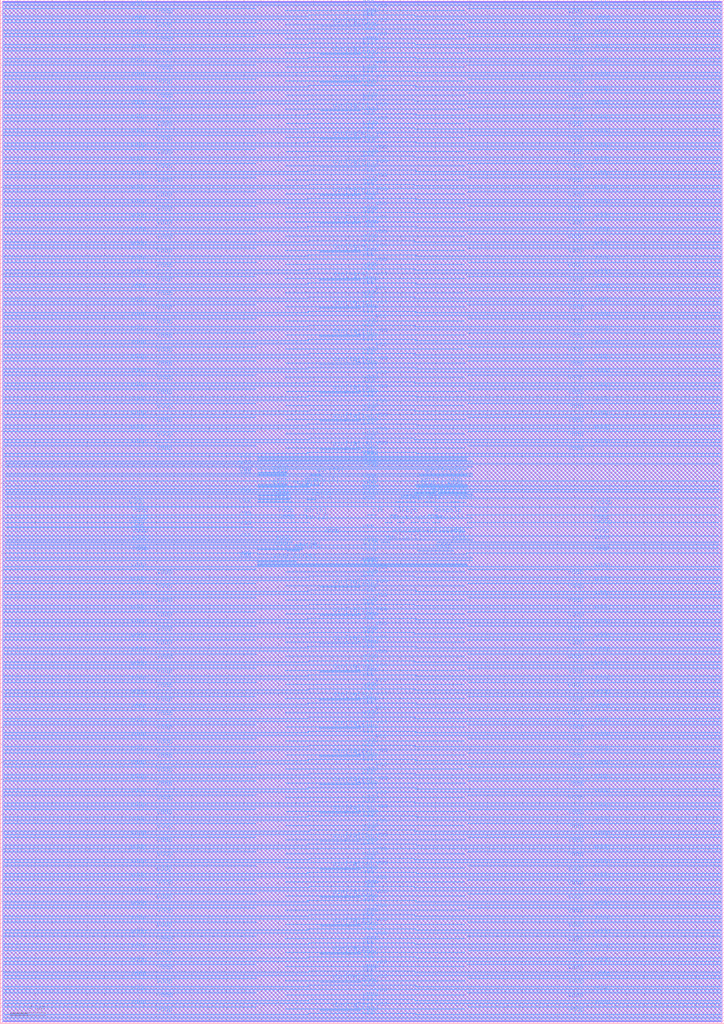
<source format=lef>
#############################################################################################
## Intel Confidential                                                                      ##
#############################################################################################
## Copyright 2022 Intel Corporation. The information contained herein is the proprietary   ##
## and confidential information of Intel or its licensors, and is supplied subject to, and ##
## may be used only in accordance with, previously executed agreements with Intel.         ##
## EXCEPT AS MAY OTHERWISE BE AGREED IN WRITING: (1) ALL MATERIALS FURNISHED BY INTEL      ##
## HEREUNDER ARE PROVIDED "AS IS" WITHOUT WARRANTY OF ANY KIND; (2) INTEL SPECIFICALLY     ##
## DISCLAIMS ANY WARRANTY OF NONINFRINGEMENT, FITNESS FOR A PARTICULAR PURPOSE OR          ##
## MERCHANTABILITY; AND (3) INTEL WILL NOT BE LIABLE FOR ANY COSTS OF PROCUREMENT OF       ##
## SUBSTITUTES, LOSS OF PROFITS, INTERRUPTION OF BUSINESS, OR FOR ANY OTHER SPECIAL,       ##
## CONSEQUENTIAL OR INCIDENTAL DAMAGES, HOWEVER CAUSED, WHETHER FOR BREACH OF WARRANTY,    ##
## CONTRACT, TORT, NEGLIGENCE, STRICT LIABILITY OR OTHERWISE.                              ##
#############################################################################################
#############################################################################################
##                                                                                         ##
##  Vendor:                Intel Corporation                                               ##
##  Product:               ip224uhdlp1p11rf                                                ##
##  Version:               r1.0.1                                                          ##
##  Technology:            p1222.4                                                         ##
##  Celltype:              MemoryIP                                                        ##
##  IP Owner:              Intel CMO                                                       ##
##  Creation Time:         Wed Sep 14 2022 15:16:16                                        ##
##  Memory Name:           ip224uhdlp1p11rf_2048x32m8b2c1s0_t0r0p1d0a1m1h                  ##
##  Memory Name Generated: ip224uhdlp1p11rf_2048x32m8b2c1s0_t0r0p1d0a1m1h                  ##
##                                                                                         ##
#############################################################################################

VERSION 5.6 ;
BUSBITCHARS "[]" ;
DIVIDERCHAR "/" ;
UNITS
  DATABASE MICRONS 2000 ;
END UNITS
SITE ip224uhdlp1p11rf_2048x32m8b2c1s0_t0r0p1d0a1m1h
  SIZE 83.204 by 117.54 ;
  SYMMETRY X Y ;
  CLASS CORE ;
END ip224uhdlp1p11rf_2048x32m8b2c1s0_t0r0p1d0a1m1h


MACRO ip224uhdlp1p11rf_2048x32m8b2c1s0_t0r0p1d0a1m1h
     FOREIGN ip224uhdlp1p11rf_2048x32m8b2c1s0_t0r0p1d0a1m1h 0.00 0.00 ;
     ORIGIN 0.00 0.00 ;
     SIZE 83.204 by 117.54 ;
     SYMMETRY X Y ;
     CLASS BLOCK ;
     SITE ip224uhdlp1p11rf_2048x32m8b2c1s0_t0r0p1d0a1m1h ;
     PIN adr[0]
     DIRECTION input ;
          USE SIGNAL ;
          PORT
               LAYER m4 ;
               RECT 48.1595 62.924 49.3495 63 ;
          END
     END adr[0]
     PIN adr[10]
     DIRECTION input ;
          USE SIGNAL ;
          PORT
               LAYER m4 ;
               RECT 35.707 62.924 36.837 63 ;
          END
     END adr[10]
     PIN adr[1]
     DIRECTION input ;
          USE SIGNAL ;
          PORT
               LAYER m4 ;
               RECT 47.7645 61.804 48.7515 61.88 ;
          END
     END adr[1]
     PIN adr[2]
     DIRECTION input ;
          USE SIGNAL ;
          PORT
               LAYER m4 ;
               RECT 34.4455 57.49 35.597 57.546 ;
          END
     END adr[2]
     PIN adr[3]
     DIRECTION input ;
          USE SIGNAL ;
          PORT
               LAYER m4 ;
               RECT 47.59 60.848 48.764 60.924 ;
          END
     END adr[3]
     PIN adr[4]
     DIRECTION input ;
          USE SIGNAL ;
          PORT
               LAYER m4 ;
               RECT 48.844 60.848 50.006 60.924 ;
          END
     END adr[4]
     PIN adr[5]
     DIRECTION input ;
          USE SIGNAL ;
          PORT
               LAYER m4 ;
               RECT 33.045 52.96 34.002 53.036 ;
          END
     END adr[5]
     PIN adr[6]
     DIRECTION input ;
          USE SIGNAL ;
          PORT
               LAYER m4 ;
               RECT 34.3265 58.326 35.266 58.382 ;
          END
     END adr[6]
     PIN adr[7]
     DIRECTION input ;
          USE SIGNAL ;
          PORT
               LAYER m4 ;
               RECT 33.008 54.226 34.389 54.302 ;
          END
     END adr[7]
     PIN adr[8]
     DIRECTION input ;
          USE SIGNAL ;
          PORT
               LAYER m4 ;
               RECT 33.4325 54.376 34.741 54.452 ;
          END
     END adr[8]
     PIN adr[9]
     DIRECTION input ;
          USE SIGNAL ;
          PORT
               LAYER m4 ;
               RECT 35.695 61.804 36.6195 61.88 ;
          END
     END adr[9]
     PIN bc1
     DIRECTION input ;
          USE SIGNAL ;
          PORT
               LAYER m4 ;
               RECT 47.8445 61.54 48.9085 61.616 ;
          END
     END bc1
     PIN bc2
     DIRECTION input ;
          USE SIGNAL ;
          PORT
               LAYER m4 ;
               RECT 48.764 59.858 49.9035 59.914 ;
          END
     END bc2
     PIN clkbyp
     DIRECTION input ;
          USE SIGNAL ;
          PORT
               LAYER m4 ;
               RECT 44.767 58.326 45.6195 58.382 ;
          END
     END clkbyp
     PIN deepslp
     DIRECTION input ;
          USE SIGNAL ;
          PORT
               LAYER m4 ;
               RECT 49.268 58.326 50.262 58.382 ;
          END
     END deepslp
     PIN din[0]
     DIRECTION input ;
          USE SIGNAL ;
          PORT
               LAYER m4 ;
               RECT 36.766 114.488 39.618 114.596 ;
          END
     END din[0]
     PIN din[10]
     DIRECTION input ;
          USE SIGNAL ;
          PORT
               LAYER m4 ;
               RECT 36.766 82.088 39.618 82.196 ;
          END
     END din[10]
     PIN din[11]
     DIRECTION input ;
          USE SIGNAL ;
          PORT
               LAYER m4 ;
               RECT 36.766 78.848 39.618 78.956 ;
          END
     END din[11]
     PIN din[12]
     DIRECTION input ;
          USE SIGNAL ;
          PORT
               LAYER m4 ;
               RECT 36.766 75.608 39.618 75.716 ;
          END
     END din[12]
     PIN din[13]
     DIRECTION input ;
          USE SIGNAL ;
          PORT
               LAYER m4 ;
               RECT 36.766 72.368 39.618 72.476 ;
          END
     END din[13]
     PIN din[14]
     DIRECTION input ;
          USE SIGNAL ;
          PORT
               LAYER m4 ;
               RECT 36.766 69.128 39.618 69.236 ;
          END
     END din[14]
     PIN din[15]
     DIRECTION input ;
          USE SIGNAL ;
          PORT
               LAYER m4 ;
               RECT 36.766 65.888 39.618 65.996 ;
          END
     END din[15]
     PIN din[16]
     DIRECTION input ;
          USE SIGNAL ;
          PORT
               LAYER m4 ;
               RECT 36.766 50.048 39.618 50.156 ;
          END
     END din[16]
     PIN din[17]
     DIRECTION input ;
          USE SIGNAL ;
          PORT
               LAYER m4 ;
               RECT 36.766 46.808 39.618 46.916 ;
          END
     END din[17]
     PIN din[18]
     DIRECTION input ;
          USE SIGNAL ;
          PORT
               LAYER m4 ;
               RECT 36.766 43.568 39.618 43.676 ;
          END
     END din[18]
     PIN din[19]
     DIRECTION input ;
          USE SIGNAL ;
          PORT
               LAYER m4 ;
               RECT 36.766 40.328 39.618 40.436 ;
          END
     END din[19]
     PIN din[1]
     DIRECTION input ;
          USE SIGNAL ;
          PORT
               LAYER m4 ;
               RECT 36.766 111.248 39.618 111.356 ;
          END
     END din[1]
     PIN din[20]
     DIRECTION input ;
          USE SIGNAL ;
          PORT
               LAYER m4 ;
               RECT 36.766 37.088 39.618 37.196 ;
          END
     END din[20]
     PIN din[21]
     DIRECTION input ;
          USE SIGNAL ;
          PORT
               LAYER m4 ;
               RECT 36.766 33.848 39.618 33.956 ;
          END
     END din[21]
     PIN din[22]
     DIRECTION input ;
          USE SIGNAL ;
          PORT
               LAYER m4 ;
               RECT 36.766 30.608 39.618 30.716 ;
          END
     END din[22]
     PIN din[23]
     DIRECTION input ;
          USE SIGNAL ;
          PORT
               LAYER m4 ;
               RECT 36.766 27.368 39.618 27.476 ;
          END
     END din[23]
     PIN din[24]
     DIRECTION input ;
          USE SIGNAL ;
          PORT
               LAYER m4 ;
               RECT 36.766 24.128 39.618 24.236 ;
          END
     END din[24]
     PIN din[25]
     DIRECTION input ;
          USE SIGNAL ;
          PORT
               LAYER m4 ;
               RECT 36.766 20.888 39.618 20.996 ;
          END
     END din[25]
     PIN din[26]
     DIRECTION input ;
          USE SIGNAL ;
          PORT
               LAYER m4 ;
               RECT 36.766 17.648 39.618 17.756 ;
          END
     END din[26]
     PIN din[27]
     DIRECTION input ;
          USE SIGNAL ;
          PORT
               LAYER m4 ;
               RECT 36.766 14.408 39.618 14.516 ;
          END
     END din[27]
     PIN din[28]
     DIRECTION input ;
          USE SIGNAL ;
          PORT
               LAYER m4 ;
               RECT 36.766 11.168 39.618 11.276 ;
          END
     END din[28]
     PIN din[29]
     DIRECTION input ;
          USE SIGNAL ;
          PORT
               LAYER m4 ;
               RECT 36.766 7.928 39.618 8.036 ;
          END
     END din[29]
     PIN din[2]
     DIRECTION input ;
          USE SIGNAL ;
          PORT
               LAYER m4 ;
               RECT 36.766 108.008 39.618 108.116 ;
          END
     END din[2]
     PIN din[30]
     DIRECTION input ;
          USE SIGNAL ;
          PORT
               LAYER m4 ;
               RECT 36.766 4.688 39.618 4.796 ;
          END
     END din[30]
     PIN din[31]
     DIRECTION input ;
          USE SIGNAL ;
          PORT
               LAYER m4 ;
               RECT 36.766 1.448 39.618 1.556 ;
          END
     END din[31]
     PIN din[3]
     DIRECTION input ;
          USE SIGNAL ;
          PORT
               LAYER m4 ;
               RECT 36.766 104.768 39.618 104.876 ;
          END
     END din[3]
     PIN din[4]
     DIRECTION input ;
          USE SIGNAL ;
          PORT
               LAYER m4 ;
               RECT 36.766 101.528 39.618 101.636 ;
          END
     END din[4]
     PIN din[5]
     DIRECTION input ;
          USE SIGNAL ;
          PORT
               LAYER m4 ;
               RECT 36.766 98.288 39.618 98.396 ;
          END
     END din[5]
     PIN din[6]
     DIRECTION input ;
          USE SIGNAL ;
          PORT
               LAYER m4 ;
               RECT 36.766 95.048 39.618 95.156 ;
          END
     END din[6]
     PIN din[7]
     DIRECTION input ;
          USE SIGNAL ;
          PORT
               LAYER m4 ;
               RECT 36.766 91.808 39.618 91.916 ;
          END
     END din[7]
     PIN din[8]
     DIRECTION input ;
          USE SIGNAL ;
          PORT
               LAYER m4 ;
               RECT 36.766 88.568 39.618 88.676 ;
          END
     END din[8]
     PIN din[9]
     DIRECTION input ;
          USE SIGNAL ;
          PORT
               LAYER m4 ;
               RECT 36.766 85.328 39.618 85.436 ;
          END
     END din[9]
     PIN fwen
     DIRECTION input ;
          USE SIGNAL ;
          PORT
               LAYER m4 ;
               RECT 48.4195 57.49 49.374 57.546 ;
          END
     END fwen
     PIN mc[0]
     DIRECTION input ;
          USE SIGNAL ;
          PORT
               LAYER m4 ;
               RECT 35.244 60.124 36.283 60.2 ;
          END
     END mc[0]
     PIN mc[1]
     DIRECTION input ;
          USE SIGNAL ;
          PORT
               LAYER m4 ;
               RECT 33.024 61.54 34.252 61.616 ;
          END
     END mc[1]
     PIN mc[2]
     DIRECTION input ;
          USE SIGNAL ;
          PORT
               LAYER m4 ;
               RECT 34.383 61.54 35.525 61.616 ;
          END
     END mc[2]
     PIN mcen
     DIRECTION input ;
          USE SIGNAL ;
          PORT
               LAYER m4 ;
               RECT 34.4805 61.804 35.417 61.88 ;
          END
     END mcen
     PIN mpr
     DIRECTION output ;
          USE SIGNAL ;
          PORT
               LAYER m4 ;
               RECT 47.125 57.49 48.061 57.546 ;
          END
     END mpr
     PIN q[0]
     DIRECTION output ;
          USE SIGNAL ;
          PORT
               LAYER m4 ;
               RECT 39.698 114.488 41.423 114.596 ;
          END
     END q[0]
     PIN q[10]
     DIRECTION output ;
          USE SIGNAL ;
          PORT
               LAYER m4 ;
               RECT 39.698 82.088 41.423 82.196 ;
          END
     END q[10]
     PIN q[11]
     DIRECTION output ;
          USE SIGNAL ;
          PORT
               LAYER m4 ;
               RECT 39.698 78.848 41.423 78.956 ;
          END
     END q[11]
     PIN q[12]
     DIRECTION output ;
          USE SIGNAL ;
          PORT
               LAYER m4 ;
               RECT 39.698 75.608 41.423 75.716 ;
          END
     END q[12]
     PIN q[13]
     DIRECTION output ;
          USE SIGNAL ;
          PORT
               LAYER m4 ;
               RECT 39.698 72.368 41.423 72.476 ;
          END
     END q[13]
     PIN q[14]
     DIRECTION output ;
          USE SIGNAL ;
          PORT
               LAYER m4 ;
               RECT 39.698 69.128 41.423 69.236 ;
          END
     END q[14]
     PIN q[15]
     DIRECTION output ;
          USE SIGNAL ;
          PORT
               LAYER m4 ;
               RECT 39.698 65.888 41.423 65.996 ;
          END
     END q[15]
     PIN q[16]
     DIRECTION output ;
          USE SIGNAL ;
          PORT
               LAYER m4 ;
               RECT 39.698 50.048 41.423 50.156 ;
          END
     END q[16]
     PIN q[17]
     DIRECTION output ;
          USE SIGNAL ;
          PORT
               LAYER m4 ;
               RECT 39.698 46.808 41.423 46.916 ;
          END
     END q[17]
     PIN q[18]
     DIRECTION output ;
          USE SIGNAL ;
          PORT
               LAYER m4 ;
               RECT 39.698 43.568 41.423 43.676 ;
          END
     END q[18]
     PIN q[19]
     DIRECTION output ;
          USE SIGNAL ;
          PORT
               LAYER m4 ;
               RECT 39.698 40.328 41.423 40.436 ;
          END
     END q[19]
     PIN q[1]
     DIRECTION output ;
          USE SIGNAL ;
          PORT
               LAYER m4 ;
               RECT 39.698 111.248 41.423 111.356 ;
          END
     END q[1]
     PIN q[20]
     DIRECTION output ;
          USE SIGNAL ;
          PORT
               LAYER m4 ;
               RECT 39.698 37.088 41.423 37.196 ;
          END
     END q[20]
     PIN q[21]
     DIRECTION output ;
          USE SIGNAL ;
          PORT
               LAYER m4 ;
               RECT 39.698 33.848 41.423 33.956 ;
          END
     END q[21]
     PIN q[22]
     DIRECTION output ;
          USE SIGNAL ;
          PORT
               LAYER m4 ;
               RECT 39.698 30.608 41.423 30.716 ;
          END
     END q[22]
     PIN q[23]
     DIRECTION output ;
          USE SIGNAL ;
          PORT
               LAYER m4 ;
               RECT 39.698 27.368 41.423 27.476 ;
          END
     END q[23]
     PIN q[24]
     DIRECTION output ;
          USE SIGNAL ;
          PORT
               LAYER m4 ;
               RECT 39.698 24.128 41.423 24.236 ;
          END
     END q[24]
     PIN q[25]
     DIRECTION output ;
          USE SIGNAL ;
          PORT
               LAYER m4 ;
               RECT 39.698 20.888 41.423 20.996 ;
          END
     END q[25]
     PIN q[26]
     DIRECTION output ;
          USE SIGNAL ;
          PORT
               LAYER m4 ;
               RECT 39.698 17.648 41.423 17.756 ;
          END
     END q[26]
     PIN q[27]
     DIRECTION output ;
          USE SIGNAL ;
          PORT
               LAYER m4 ;
               RECT 39.698 14.408 41.423 14.516 ;
          END
     END q[27]
     PIN q[28]
     DIRECTION output ;
          USE SIGNAL ;
          PORT
               LAYER m4 ;
               RECT 39.698 11.168 41.423 11.276 ;
          END
     END q[28]
     PIN q[29]
     DIRECTION output ;
          USE SIGNAL ;
          PORT
               LAYER m4 ;
               RECT 39.698 7.928 41.423 8.036 ;
          END
     END q[29]
     PIN q[2]
     DIRECTION output ;
          USE SIGNAL ;
          PORT
               LAYER m4 ;
               RECT 39.698 108.008 41.423 108.116 ;
          END
     END q[2]
     PIN q[30]
     DIRECTION output ;
          USE SIGNAL ;
          PORT
               LAYER m4 ;
               RECT 39.698 4.688 41.423 4.796 ;
          END
     END q[30]
     PIN q[31]
     DIRECTION output ;
          USE SIGNAL ;
          PORT
               LAYER m4 ;
               RECT 39.698 1.448 41.423 1.556 ;
          END
     END q[31]
     PIN q[3]
     DIRECTION output ;
          USE SIGNAL ;
          PORT
               LAYER m4 ;
               RECT 39.698 104.768 41.423 104.876 ;
          END
     END q[3]
     PIN q[4]
     DIRECTION output ;
          USE SIGNAL ;
          PORT
               LAYER m4 ;
               RECT 39.698 101.528 41.423 101.636 ;
          END
     END q[4]
     PIN q[5]
     DIRECTION output ;
          USE SIGNAL ;
          PORT
               LAYER m4 ;
               RECT 39.698 98.288 41.423 98.396 ;
          END
     END q[5]
     PIN q[6]
     DIRECTION output ;
          USE SIGNAL ;
          PORT
               LAYER m4 ;
               RECT 39.698 95.048 41.423 95.156 ;
          END
     END q[6]
     PIN q[7]
     DIRECTION output ;
          USE SIGNAL ;
          PORT
               LAYER m4 ;
               RECT 39.698 91.808 41.423 91.916 ;
          END
     END q[7]
     PIN q[8]
     DIRECTION output ;
          USE SIGNAL ;
          PORT
               LAYER m4 ;
               RECT 39.698 88.568 41.423 88.676 ;
          END
     END q[8]
     PIN q[9]
     DIRECTION output ;
          USE SIGNAL ;
          PORT
               LAYER m4 ;
               RECT 39.698 85.328 41.423 85.436 ;
          END
     END q[9]
     PIN ren
     DIRECTION input ;
          USE SIGNAL ;
          PORT
               LAYER m4 ;
               RECT 44.15 57.49 45.0555 57.546 ;
          END
     END ren
     PIN shutoff
     DIRECTION input ;
          USE SIGNAL ;
          PORT
               LAYER m4 ;
               RECT 49.596 57.49 50.5175 57.546 ;
          END
     END shutoff
     PIN sleep
     DIRECTION input ;
          USE SIGNAL ;
          PORT
               LAYER m4 ;
               RECT 51.7555 59.858 52.6785 59.914 ;
          END
     END sleep
     PIN wa[0]
     DIRECTION input ;
          USE SIGNAL ;
          PORT
               LAYER m4 ;
               RECT 46.712 59.858 47.6765 59.914 ;
          END
     END wa[0]
     PIN wa[1]
     DIRECTION input ;
          USE SIGNAL ;
          PORT
               LAYER m4 ;
               RECT 45.4995 59.858 46.53 59.914 ;
          END
     END wa[1]
     PIN wen
     DIRECTION input ;
          USE SIGNAL ;
          PORT
               LAYER m4 ;
               RECT 45.614 57.49 46.502 57.546 ;
          END
     END wen
     PIN wpulse[0]
     DIRECTION input ;
          USE SIGNAL ;
          PORT
               LAYER m4 ;
               RECT 48.239 55.924 49.496 56 ;
          END
     END wpulse[0]
     PIN wpulse[1]
     DIRECTION input ;
          USE SIGNAL ;
          PORT
               LAYER m4 ;
               RECT 43.7585 55.2 44.802 55.276 ;
          END
     END wpulse[1]
     PIN wpulseen
     DIRECTION input ;
          USE SIGNAL ;
          PORT
               LAYER m4 ;
               RECT 44.5645 55.924 45.451 56 ;
          END
     END wpulseen
     PIN clk
     DIRECTION input ;
          USE CLOCK ;
          PORT
               LAYER m4 ;
               RECT 42.2245 58.326 43.2565 58.382 ;
          END
     END clk
     PIN vddp
     SHAPE ABUTMENT ;
     DIRECTION input ;
          USE POWER ;
          PORT
               LAYER m4 ;
               RECT 0.48 0.958 35.401 1.034 ;
          END
          PORT
               LAYER m4 ;
               RECT 0.48 1.846 29.388 1.922 ;
          END
          PORT
               LAYER m4 ;
               RECT 0.48 10.678 35.401 10.754 ;
          END
          PORT
               LAYER m4 ;
               RECT 0.48 100.306 29.388 100.382 ;
          END
          PORT
               LAYER m4 ;
               RECT 0.48 101.038 35.401 101.114 ;
          END
          PORT
               LAYER m4 ;
               RECT 0.48 101.926 29.388 102.002 ;
          END
          PORT
               LAYER m4 ;
               RECT 0.48 102.658 35.487 102.734 ;
          END
          PORT
               LAYER m4 ;
               RECT 0.48 103.546 29.388 103.622 ;
          END
          PORT
               LAYER m4 ;
               RECT 0.48 104.278 35.401 104.354 ;
          END
          PORT
               LAYER m4 ;
               RECT 0.48 105.166 29.388 105.242 ;
          END
          PORT
               LAYER m4 ;
               RECT 0.48 105.898 35.487 105.974 ;
          END
          PORT
               LAYER m4 ;
               RECT 0.48 106.786 29.388 106.862 ;
          END
          PORT
               LAYER m4 ;
               RECT 0.48 107.518 35.401 107.594 ;
          END
          PORT
               LAYER m4 ;
               RECT 0.48 108.406 29.388 108.482 ;
          END
          PORT
               LAYER m4 ;
               RECT 0.48 109.138 35.487 109.214 ;
          END
          PORT
               LAYER m4 ;
               RECT 0.48 11.566 29.388 11.642 ;
          END
          PORT
               LAYER m4 ;
               RECT 0.48 110.026 29.388 110.102 ;
          END
          PORT
               LAYER m4 ;
               RECT 0.48 110.758 35.401 110.834 ;
          END
          PORT
               LAYER m4 ;
               RECT 0.48 111.646 29.388 111.722 ;
          END
          PORT
               LAYER m4 ;
               RECT 0.48 112.378 35.487 112.454 ;
          END
          PORT
               LAYER m4 ;
               RECT 0.48 113.266 29.388 113.342 ;
          END
          PORT
               LAYER m4 ;
               RECT 0.48 113.998 35.401 114.074 ;
          END
          PORT
               LAYER m4 ;
               RECT 0.48 114.886 29.388 114.962 ;
          END
          PORT
               LAYER m4 ;
               RECT 0.48 115.618 35.487 115.694 ;
          END
          PORT
               LAYER m4 ;
               RECT 0.48 116.506 29.388 116.582 ;
          END
          PORT
               LAYER m4 ;
               RECT 0.48 12.298 35.487 12.374 ;
          END
          PORT
               LAYER m4 ;
               RECT 0.48 13.186 29.388 13.262 ;
          END
          PORT
               LAYER m4 ;
               RECT 0.48 13.918 35.401 13.994 ;
          END
          PORT
               LAYER m4 ;
               RECT 0.48 14.806 29.388 14.882 ;
          END
          PORT
               LAYER m4 ;
               RECT 0.48 15.538 35.487 15.614 ;
          END
          PORT
               LAYER m4 ;
               RECT 0.48 16.426 29.388 16.502 ;
          END
          PORT
               LAYER m4 ;
               RECT 0.48 17.158 35.401 17.234 ;
          END
          PORT
               LAYER m4 ;
               RECT 0.48 18.046 29.388 18.122 ;
          END
          PORT
               LAYER m4 ;
               RECT 0.48 18.778 35.487 18.854 ;
          END
          PORT
               LAYER m4 ;
               RECT 0.48 19.666 29.388 19.742 ;
          END
          PORT
               LAYER m4 ;
               RECT 0.48 2.578 35.487 2.654 ;
          END
          PORT
               LAYER m4 ;
               RECT 0.48 20.398 35.401 20.474 ;
          END
          PORT
               LAYER m4 ;
               RECT 0.48 21.286 29.388 21.362 ;
          END
          PORT
               LAYER m4 ;
               RECT 0.48 22.018 35.487 22.094 ;
          END
          PORT
               LAYER m4 ;
               RECT 0.48 22.906 29.388 22.982 ;
          END
          PORT
               LAYER m4 ;
               RECT 0.48 23.638 35.401 23.714 ;
          END
          PORT
               LAYER m4 ;
               RECT 0.48 24.526 29.388 24.602 ;
          END
          PORT
               LAYER m4 ;
               RECT 0.48 25.258 35.487 25.334 ;
          END
          PORT
               LAYER m4 ;
               RECT 0.48 26.146 29.388 26.222 ;
          END
          PORT
               LAYER m4 ;
               RECT 0.48 26.878 35.401 26.954 ;
          END
          PORT
               LAYER m4 ;
               RECT 0.48 27.766 29.388 27.842 ;
          END
          PORT
               LAYER m4 ;
               RECT 0.48 28.498 35.487 28.574 ;
          END
          PORT
               LAYER m4 ;
               RECT 0.48 29.386 29.388 29.462 ;
          END
          PORT
               LAYER m4 ;
               RECT 0.48 3.466 29.388 3.542 ;
          END
          PORT
               LAYER m4 ;
               RECT 0.48 30.118 35.401 30.194 ;
          END
          PORT
               LAYER m4 ;
               RECT 0.48 31.006 29.388 31.082 ;
          END
          PORT
               LAYER m4 ;
               RECT 0.48 31.738 35.487 31.814 ;
          END
          PORT
               LAYER m4 ;
               RECT 0.48 32.626 29.388 32.702 ;
          END
          PORT
               LAYER m4 ;
               RECT 0.48 33.358 35.401 33.434 ;
          END
          PORT
               LAYER m4 ;
               RECT 0.48 34.246 29.388 34.322 ;
          END
          PORT
               LAYER m4 ;
               RECT 0.48 34.978 35.487 35.054 ;
          END
          PORT
               LAYER m4 ;
               RECT 0.48 35.866 29.388 35.942 ;
          END
          PORT
               LAYER m4 ;
               RECT 0.48 36.598 35.401 36.674 ;
          END
          PORT
               LAYER m4 ;
               RECT 0.48 37.486 29.388 37.562 ;
          END
          PORT
               LAYER m4 ;
               RECT 0.48 38.218 35.487 38.294 ;
          END
          PORT
               LAYER m4 ;
               RECT 0.48 39.106 29.388 39.182 ;
          END
          PORT
               LAYER m4 ;
               RECT 0.48 39.838 35.401 39.914 ;
          END
          PORT
               LAYER m4 ;
               RECT 0.48 4.198 35.401 4.274 ;
          END
          PORT
               LAYER m4 ;
               RECT 0.48 40.726 29.388 40.802 ;
          END
          PORT
               LAYER m4 ;
               RECT 0.48 41.458 35.487 41.534 ;
          END
          PORT
               LAYER m4 ;
               RECT 0.48 42.346 29.388 42.422 ;
          END
          PORT
               LAYER m4 ;
               RECT 0.48 43.078 35.401 43.154 ;
          END
          PORT
               LAYER m4 ;
               RECT 0.48 43.966 29.388 44.042 ;
          END
          PORT
               LAYER m4 ;
               RECT 0.48 44.698 35.487 44.774 ;
          END
          PORT
               LAYER m4 ;
               RECT 0.48 45.586 29.388 45.662 ;
          END
          PORT
               LAYER m4 ;
               RECT 0.48 46.318 35.401 46.394 ;
          END
          PORT
               LAYER m4 ;
               RECT 0.48 47.206 29.388 47.282 ;
          END
          PORT
               LAYER m4 ;
               RECT 0.48 47.938 35.487 48.014 ;
          END
          PORT
               LAYER m4 ;
               RECT 0.48 48.826 29.388 48.902 ;
          END
          PORT
               LAYER m4 ;
               RECT 0.48 49.558 35.401 49.634 ;
          END
          PORT
               LAYER m4 ;
               RECT 0.48 5.086 29.388 5.162 ;
          END
          PORT
               LAYER m4 ;
               RECT 0.48 5.818 35.487 5.894 ;
          END
          PORT
               LAYER m4 ;
               RECT 0.48 50.446 29.388 50.522 ;
          END
          PORT
               LAYER m4 ;
               RECT 0.48 51.178 35.487 51.254 ;
          END
          PORT
               LAYER m4 ;
               RECT 0.48 52.066 29.388 52.142 ;
          END
          PORT
               LAYER m4 ;
               RECT 0.48 6.706 29.388 6.782 ;
          END
          PORT
               LAYER m4 ;
               RECT 0.48 65.398 35.401 65.474 ;
          END
          PORT
               LAYER m4 ;
               RECT 0.48 66.286 29.388 66.362 ;
          END
          PORT
               LAYER m4 ;
               RECT 0.48 67.018 35.487 67.094 ;
          END
          PORT
               LAYER m4 ;
               RECT 0.48 67.906 29.388 67.982 ;
          END
          PORT
               LAYER m4 ;
               RECT 0.48 68.638 35.401 68.714 ;
          END
          PORT
               LAYER m4 ;
               RECT 0.48 69.526 29.388 69.602 ;
          END
          PORT
               LAYER m4 ;
               RECT 0.48 7.438 35.401 7.514 ;
          END
          PORT
               LAYER m4 ;
               RECT 0.48 70.258 35.487 70.334 ;
          END
          PORT
               LAYER m4 ;
               RECT 0.48 71.146 29.388 71.222 ;
          END
          PORT
               LAYER m4 ;
               RECT 0.48 71.878 35.401 71.954 ;
          END
          PORT
               LAYER m4 ;
               RECT 0.48 72.766 29.388 72.842 ;
          END
          PORT
               LAYER m4 ;
               RECT 0.48 73.498 35.487 73.574 ;
          END
          PORT
               LAYER m4 ;
               RECT 0.48 74.386 29.388 74.462 ;
          END
          PORT
               LAYER m4 ;
               RECT 0.48 75.118 35.401 75.194 ;
          END
          PORT
               LAYER m4 ;
               RECT 0.48 76.006 29.388 76.082 ;
          END
          PORT
               LAYER m4 ;
               RECT 0.48 76.738 35.487 76.814 ;
          END
          PORT
               LAYER m4 ;
               RECT 0.48 77.626 29.388 77.702 ;
          END
          PORT
               LAYER m4 ;
               RECT 0.48 78.358 35.401 78.434 ;
          END
          PORT
               LAYER m4 ;
               RECT 0.48 79.246 29.388 79.322 ;
          END
          PORT
               LAYER m4 ;
               RECT 0.48 79.978 35.487 80.054 ;
          END
          PORT
               LAYER m4 ;
               RECT 0.48 8.326 29.388 8.402 ;
          END
          PORT
               LAYER m4 ;
               RECT 0.48 80.866 29.388 80.942 ;
          END
          PORT
               LAYER m4 ;
               RECT 0.48 81.598 35.401 81.674 ;
          END
          PORT
               LAYER m4 ;
               RECT 0.48 82.486 29.388 82.562 ;
          END
          PORT
               LAYER m4 ;
               RECT 0.48 83.218 35.487 83.294 ;
          END
          PORT
               LAYER m4 ;
               RECT 0.48 84.106 29.388 84.182 ;
          END
          PORT
               LAYER m4 ;
               RECT 0.48 84.838 35.401 84.914 ;
          END
          PORT
               LAYER m4 ;
               RECT 0.48 85.726 29.388 85.802 ;
          END
          PORT
               LAYER m4 ;
               RECT 0.48 86.458 35.487 86.534 ;
          END
          PORT
               LAYER m4 ;
               RECT 0.48 87.346 29.388 87.422 ;
          END
          PORT
               LAYER m4 ;
               RECT 0.48 88.078 35.401 88.154 ;
          END
          PORT
               LAYER m4 ;
               RECT 0.48 88.966 29.388 89.042 ;
          END
          PORT
               LAYER m4 ;
               RECT 0.48 89.698 35.487 89.774 ;
          END
          PORT
               LAYER m4 ;
               RECT 0.48 9.058 35.487 9.134 ;
          END
          PORT
               LAYER m4 ;
               RECT 0.48 9.946 29.388 10.022 ;
          END
          PORT
               LAYER m4 ;
               RECT 0.48 90.586 29.388 90.662 ;
          END
          PORT
               LAYER m4 ;
               RECT 0.48 91.318 35.401 91.394 ;
          END
          PORT
               LAYER m4 ;
               RECT 0.48 92.206 29.388 92.282 ;
          END
          PORT
               LAYER m4 ;
               RECT 0.48 92.938 35.487 93.014 ;
          END
          PORT
               LAYER m4 ;
               RECT 0.48 93.826 29.388 93.902 ;
          END
          PORT
               LAYER m4 ;
               RECT 0.48 94.558 35.401 94.634 ;
          END
          PORT
               LAYER m4 ;
               RECT 0.48 95.446 29.388 95.522 ;
          END
          PORT
               LAYER m4 ;
               RECT 0.48 96.178 35.487 96.254 ;
          END
          PORT
               LAYER m4 ;
               RECT 0.48 97.066 29.388 97.142 ;
          END
          PORT
               LAYER m4 ;
               RECT 0.48 97.798 35.401 97.874 ;
          END
          PORT
               LAYER m4 ;
               RECT 0.48 98.686 29.388 98.762 ;
          END
          PORT
               LAYER m4 ;
               RECT 0.48 99.418 35.487 99.494 ;
          END
          PORT
               LAYER m4 ;
               RECT 0.616 53.948 29.56 54.024 ;
          END
          PORT
               LAYER m4 ;
               RECT 0.616 54.508 82.588 54.584 ;
          END
          PORT
               LAYER m4 ;
               RECT 0.616 54.904 82.588 54.98 ;
          END
          PORT
               LAYER m4 ;
               RECT 0.616 55.2 29.56 55.276 ;
          END
          PORT
               LAYER m4 ;
               RECT 0.616 55.924 29.56 56 ;
          END
          PORT
               LAYER m4 ;
               RECT 0.616 56.992 28.912 57.036 ;
          END
          PORT
               LAYER m4 ;
               RECT 0.616 57.49 29.56 57.546 ;
          END
          PORT
               LAYER m4 ;
               RECT 0.616 58.326 29.56 58.382 ;
          END
          PORT
               LAYER m4 ;
               RECT 0.616 59.244 28.912 59.288 ;
          END
          PORT
               LAYER m4 ;
               RECT 0.616 60.256 82.588 60.332 ;
          END
          PORT
               LAYER m4 ;
               RECT 0.616 60.98 82.588 61.056 ;
          END
          PORT
               LAYER m4 ;
               RECT 0.616 61.276 82.588 61.352 ;
          END
          PORT
               LAYER m4 ;
               RECT 0.616 61.672 82.588 61.748 ;
          END
          PORT
               LAYER m4 ;
               RECT 0.616 62.232 82.588 62.308 ;
          END
          PORT
               LAYER m4 ;
               RECT 0.616 64.176 82.588 64.284 ;
          END
          PORT
               LAYER m4 ;
               RECT 29.6 52.564 53.604 52.64 ;
          END
          PORT
               LAYER m4 ;
               RECT 29.6 52.696 53.604 52.772 ;
          END
          PORT
               LAYER m4 ;
               RECT 29.6 52.96 32.965 53.036 ;
          END
          PORT
               LAYER m4 ;
               RECT 29.6 53.816 53.604 53.892 ;
          END
          PORT
               LAYER m4 ;
               RECT 29.6 54.376 33.3525 54.452 ;
          END
          PORT
               LAYER m4 ;
               RECT 29.6 63.616 53.604 63.692 ;
          END
          PORT
               LAYER m4 ;
               RECT 29.6 64.636 53.604 64.712 ;
          END
          PORT
               LAYER m4 ;
               RECT 29.6 64.9 53.604 64.976 ;
          END
          PORT
               LAYER m4 ;
               RECT 29.6085 59.858 33.6025 59.914 ;
          END
          PORT
               LAYER m4 ;
               RECT 29.6085 60.124 33.1685 60.2 ;
          END
          PORT
               LAYER m4 ;
               RECT 29.6085 60.552 32.9185 60.628 ;
          END
          PORT
               LAYER m4 ;
               RECT 29.6085 61.54 32.9185 61.616 ;
          END
          PORT
               LAYER m4 ;
               RECT 29.6085 61.804 32.9185 61.88 ;
          END
          PORT
               LAYER m4 ;
               RECT 29.6085 62.924 32.9185 63 ;
          END
          PORT
               LAYER m4 ;
               RECT 29.6085 63.22 32.9185 63.296 ;
          END
          PORT
               LAYER m4 ;
               RECT 29.651 58.326 34.1015 58.382 ;
          END
          PORT
               LAYER m4 ;
               RECT 29.654 57.49 34.3655 57.546 ;
          END
          PORT
               LAYER m4 ;
               RECT 29.669 55.924 44.4845 56 ;
          END
          PORT
               LAYER m4 ;
               RECT 29.732 55.2 33.564 55.276 ;
          END
          PORT
               LAYER m4 ;
               RECT 35.325 1.08 47.814 1.156 ;
          END
          PORT
               LAYER m4 ;
               RECT 35.325 10.8 47.814 10.876 ;
          END
          PORT
               LAYER m4 ;
               RECT 35.325 101.16 47.814 101.236 ;
          END
          PORT
               LAYER m4 ;
               RECT 35.325 104.4 47.814 104.476 ;
          END
          PORT
               LAYER m4 ;
               RECT 35.325 107.64 47.814 107.716 ;
          END
          PORT
               LAYER m4 ;
               RECT 35.325 110.88 47.814 110.956 ;
          END
          PORT
               LAYER m4 ;
               RECT 35.325 114.12 47.814 114.196 ;
          END
          PORT
               LAYER m4 ;
               RECT 35.325 14.04 47.814 14.116 ;
          END
          PORT
               LAYER m4 ;
               RECT 35.325 17.28 47.814 17.356 ;
          END
          PORT
               LAYER m4 ;
               RECT 35.325 20.52 47.814 20.596 ;
          END
          PORT
               LAYER m4 ;
               RECT 35.325 23.76 47.814 23.836 ;
          END
          PORT
               LAYER m4 ;
               RECT 35.325 27 47.814 27.076 ;
          END
          PORT
               LAYER m4 ;
               RECT 35.325 30.24 47.814 30.316 ;
          END
          PORT
               LAYER m4 ;
               RECT 35.325 33.48 47.814 33.556 ;
          END
          PORT
               LAYER m4 ;
               RECT 35.325 36.72 47.814 36.796 ;
          END
          PORT
               LAYER m4 ;
               RECT 35.325 39.96 47.814 40.036 ;
          END
          PORT
               LAYER m4 ;
               RECT 35.325 4.32 47.814 4.396 ;
          END
          PORT
               LAYER m4 ;
               RECT 35.325 43.2 47.814 43.276 ;
          END
          PORT
               LAYER m4 ;
               RECT 35.325 46.44 47.814 46.516 ;
          END
          PORT
               LAYER m4 ;
               RECT 35.325 49.68 47.814 49.756 ;
          END
          PORT
               LAYER m4 ;
               RECT 35.325 65.52 47.814 65.596 ;
          END
          PORT
               LAYER m4 ;
               RECT 35.325 68.76 47.814 68.836 ;
          END
          PORT
               LAYER m4 ;
               RECT 35.325 7.56 47.814 7.636 ;
          END
          PORT
               LAYER m4 ;
               RECT 35.325 72 47.814 72.076 ;
          END
          PORT
               LAYER m4 ;
               RECT 35.325 75.24 47.814 75.316 ;
          END
          PORT
               LAYER m4 ;
               RECT 35.325 78.48 47.814 78.556 ;
          END
          PORT
               LAYER m4 ;
               RECT 35.325 81.72 47.814 81.796 ;
          END
          PORT
               LAYER m4 ;
               RECT 35.325 84.96 47.814 85.036 ;
          END
          PORT
               LAYER m4 ;
               RECT 35.325 88.2 47.814 88.276 ;
          END
          PORT
               LAYER m4 ;
               RECT 35.325 91.44 47.814 91.516 ;
          END
          PORT
               LAYER m4 ;
               RECT 35.325 94.68 47.814 94.756 ;
          END
          PORT
               LAYER m4 ;
               RECT 35.325 97.92 47.814 97.996 ;
          END
          PORT
               LAYER m4 ;
               RECT 35.487 102.78 47.6575 102.856 ;
          END
          PORT
               LAYER m4 ;
               RECT 35.487 106.02 47.6575 106.096 ;
          END
          PORT
               LAYER m4 ;
               RECT 35.487 109.26 47.6575 109.336 ;
          END
          PORT
               LAYER m4 ;
               RECT 35.487 112.5 47.6575 112.576 ;
          END
          PORT
               LAYER m4 ;
               RECT 35.487 115.74 47.6575 115.816 ;
          END
          PORT
               LAYER m4 ;
               RECT 35.487 12.42 47.6575 12.496 ;
          END
          PORT
               LAYER m4 ;
               RECT 35.487 15.66 47.6575 15.736 ;
          END
          PORT
               LAYER m4 ;
               RECT 35.487 18.9 47.6575 18.976 ;
          END
          PORT
               LAYER m4 ;
               RECT 35.487 2.7 47.6575 2.776 ;
          END
          PORT
               LAYER m4 ;
               RECT 35.487 22.14 47.6575 22.216 ;
          END
          PORT
               LAYER m4 ;
               RECT 35.487 25.38 47.6575 25.456 ;
          END
          PORT
               LAYER m4 ;
               RECT 35.487 28.62 47.6575 28.696 ;
          END
          PORT
               LAYER m4 ;
               RECT 35.487 31.86 47.6575 31.936 ;
          END
          PORT
               LAYER m4 ;
               RECT 35.487 35.1 47.6575 35.176 ;
          END
          PORT
               LAYER m4 ;
               RECT 35.487 38.34 47.6575 38.416 ;
          END
          PORT
               LAYER m4 ;
               RECT 35.487 41.58 47.6575 41.656 ;
          END
          PORT
               LAYER m4 ;
               RECT 35.487 44.82 47.6575 44.896 ;
          END
          PORT
               LAYER m4 ;
               RECT 35.487 48.06 47.6575 48.136 ;
          END
          PORT
               LAYER m4 ;
               RECT 35.487 5.94 47.6575 6.016 ;
          END
          PORT
               LAYER m4 ;
               RECT 35.487 51.3 47.6575 51.376 ;
          END
          PORT
               LAYER m4 ;
               RECT 35.487 67.14 47.6575 67.216 ;
          END
          PORT
               LAYER m4 ;
               RECT 35.487 70.38 47.6575 70.456 ;
          END
          PORT
               LAYER m4 ;
               RECT 35.487 73.62 47.6575 73.696 ;
          END
          PORT
               LAYER m4 ;
               RECT 35.487 76.86 47.6575 76.936 ;
          END
          PORT
               LAYER m4 ;
               RECT 35.487 80.1 47.6575 80.176 ;
          END
          PORT
               LAYER m4 ;
               RECT 35.487 83.34 47.6575 83.416 ;
          END
          PORT
               LAYER m4 ;
               RECT 35.487 86.58 47.6575 86.656 ;
          END
          PORT
               LAYER m4 ;
               RECT 35.487 89.82 47.6575 89.896 ;
          END
          PORT
               LAYER m4 ;
               RECT 35.487 9.18 47.6575 9.256 ;
          END
          PORT
               LAYER m4 ;
               RECT 35.487 93.06 47.6575 93.136 ;
          END
          PORT
               LAYER m4 ;
               RECT 35.487 96.3 47.6575 96.376 ;
          END
          PORT
               LAYER m4 ;
               RECT 35.487 99.54 47.6575 99.616 ;
          END
          PORT
               LAYER m4 ;
               RECT 46.038 60.552 53.5575 60.608 ;
          END
          PORT
               LAYER m4 ;
               RECT 47.5815 102.658 82.724 102.734 ;
          END
          PORT
               LAYER m4 ;
               RECT 47.5815 105.898 82.724 105.974 ;
          END
          PORT
               LAYER m4 ;
               RECT 47.5815 109.138 82.724 109.214 ;
          END
          PORT
               LAYER m4 ;
               RECT 47.5815 112.378 82.724 112.454 ;
          END
          PORT
               LAYER m4 ;
               RECT 47.5815 115.618 82.724 115.694 ;
          END
          PORT
               LAYER m4 ;
               RECT 47.5815 12.298 82.724 12.374 ;
          END
          PORT
               LAYER m4 ;
               RECT 47.5815 15.538 82.724 15.614 ;
          END
          PORT
               LAYER m4 ;
               RECT 47.5815 18.778 82.724 18.854 ;
          END
          PORT
               LAYER m4 ;
               RECT 47.5815 2.578 82.724 2.654 ;
          END
          PORT
               LAYER m4 ;
               RECT 47.5815 22.018 82.724 22.094 ;
          END
          PORT
               LAYER m4 ;
               RECT 47.5815 25.258 82.724 25.334 ;
          END
          PORT
               LAYER m4 ;
               RECT 47.5815 28.498 82.724 28.574 ;
          END
          PORT
               LAYER m4 ;
               RECT 47.5815 31.738 82.724 31.814 ;
          END
          PORT
               LAYER m4 ;
               RECT 47.5815 34.978 82.724 35.054 ;
          END
          PORT
               LAYER m4 ;
               RECT 47.5815 38.218 82.724 38.294 ;
          END
          PORT
               LAYER m4 ;
               RECT 47.5815 41.458 82.724 41.534 ;
          END
          PORT
               LAYER m4 ;
               RECT 47.5815 44.698 82.724 44.774 ;
          END
          PORT
               LAYER m4 ;
               RECT 47.5815 47.938 82.724 48.014 ;
          END
          PORT
               LAYER m4 ;
               RECT 47.5815 5.818 82.724 5.894 ;
          END
          PORT
               LAYER m4 ;
               RECT 47.5815 51.178 82.724 51.254 ;
          END
          PORT
               LAYER m4 ;
               RECT 47.5815 67.018 82.724 67.094 ;
          END
          PORT
               LAYER m4 ;
               RECT 47.5815 70.258 82.724 70.334 ;
          END
          PORT
               LAYER m4 ;
               RECT 47.5815 73.498 82.724 73.574 ;
          END
          PORT
               LAYER m4 ;
               RECT 47.5815 76.738 82.724 76.814 ;
          END
          PORT
               LAYER m4 ;
               RECT 47.5815 79.978 82.724 80.054 ;
          END
          PORT
               LAYER m4 ;
               RECT 47.5815 83.218 82.724 83.294 ;
          END
          PORT
               LAYER m4 ;
               RECT 47.5815 86.458 82.724 86.534 ;
          END
          PORT
               LAYER m4 ;
               RECT 47.5815 89.698 82.724 89.774 ;
          END
          PORT
               LAYER m4 ;
               RECT 47.5815 9.058 82.724 9.134 ;
          END
          PORT
               LAYER m4 ;
               RECT 47.5815 92.938 82.724 93.014 ;
          END
          PORT
               LAYER m4 ;
               RECT 47.5815 96.178 82.724 96.254 ;
          END
          PORT
               LAYER m4 ;
               RECT 47.5815 99.418 82.724 99.494 ;
          END
          PORT
               LAYER m4 ;
               RECT 47.738 0.958 82.724 1.034 ;
          END
          PORT
               LAYER m4 ;
               RECT 47.738 10.678 82.724 10.754 ;
          END
          PORT
               LAYER m4 ;
               RECT 47.738 101.038 82.724 101.114 ;
          END
          PORT
               LAYER m4 ;
               RECT 47.738 104.278 82.724 104.354 ;
          END
          PORT
               LAYER m4 ;
               RECT 47.738 107.518 82.724 107.594 ;
          END
          PORT
               LAYER m4 ;
               RECT 47.738 110.758 82.724 110.834 ;
          END
          PORT
               LAYER m4 ;
               RECT 47.738 113.998 82.724 114.074 ;
          END
          PORT
               LAYER m4 ;
               RECT 47.738 13.918 82.724 13.994 ;
          END
          PORT
               LAYER m4 ;
               RECT 47.738 17.158 82.724 17.234 ;
          END
          PORT
               LAYER m4 ;
               RECT 47.738 20.398 82.724 20.474 ;
          END
          PORT
               LAYER m4 ;
               RECT 47.738 23.638 82.724 23.714 ;
          END
          PORT
               LAYER m4 ;
               RECT 47.738 26.878 82.724 26.954 ;
          END
          PORT
               LAYER m4 ;
               RECT 47.738 30.118 82.724 30.194 ;
          END
          PORT
               LAYER m4 ;
               RECT 47.738 33.358 82.724 33.434 ;
          END
          PORT
               LAYER m4 ;
               RECT 47.738 36.598 82.724 36.674 ;
          END
          PORT
               LAYER m4 ;
               RECT 47.738 39.838 82.724 39.914 ;
          END
          PORT
               LAYER m4 ;
               RECT 47.738 4.198 82.724 4.274 ;
          END
          PORT
               LAYER m4 ;
               RECT 47.738 43.078 82.724 43.154 ;
          END
          PORT
               LAYER m4 ;
               RECT 47.738 46.318 82.724 46.394 ;
          END
          PORT
               LAYER m4 ;
               RECT 47.738 49.558 82.724 49.634 ;
          END
          PORT
               LAYER m4 ;
               RECT 47.738 65.398 82.724 65.474 ;
          END
          PORT
               LAYER m4 ;
               RECT 47.738 68.638 82.724 68.714 ;
          END
          PORT
               LAYER m4 ;
               RECT 47.738 7.438 82.724 7.514 ;
          END
          PORT
               LAYER m4 ;
               RECT 47.738 71.878 82.724 71.954 ;
          END
          PORT
               LAYER m4 ;
               RECT 47.738 75.118 82.724 75.194 ;
          END
          PORT
               LAYER m4 ;
               RECT 47.738 78.358 82.724 78.434 ;
          END
          PORT
               LAYER m4 ;
               RECT 47.738 81.598 82.724 81.674 ;
          END
          PORT
               LAYER m4 ;
               RECT 47.738 84.838 82.724 84.914 ;
          END
          PORT
               LAYER m4 ;
               RECT 47.738 88.078 82.724 88.154 ;
          END
          PORT
               LAYER m4 ;
               RECT 47.738 91.318 82.724 91.394 ;
          END
          PORT
               LAYER m4 ;
               RECT 47.738 94.558 82.724 94.634 ;
          END
          PORT
               LAYER m4 ;
               RECT 47.738 97.798 82.724 97.874 ;
          END
          PORT
               LAYER m4 ;
               RECT 47.983 54.212 52.092 54.32 ;
          END
          PORT
               LAYER m4 ;
               RECT 48.8315 61.804 53.604 61.88 ;
          END
          PORT
               LAYER m4 ;
               RECT 48.9885 61.54 53.604 61.616 ;
          END
          PORT
               LAYER m4 ;
               RECT 49.4295 62.924 53.604 63 ;
          END
          PORT
               LAYER m4 ;
               RECT 49.6865 55.924 53.4645 56 ;
          END
          PORT
               LAYER m4 ;
               RECT 50.211 55.2 53.604 55.276 ;
          END
          PORT
               LAYER m4 ;
               RECT 50.3695 60.848 53.6045 60.924 ;
          END
          PORT
               LAYER m4 ;
               RECT 53.644 53.948 82.588 54.024 ;
          END
          PORT
               LAYER m4 ;
               RECT 53.644 55.924 82.588 56 ;
          END
          PORT
               LAYER m4 ;
               RECT 53.644 57.49 82.588 57.546 ;
          END
          PORT
               LAYER m4 ;
               RECT 53.644 58.326 82.588 58.382 ;
          END
          PORT
               LAYER m4 ;
               RECT 53.684 55.2 82.588 55.276 ;
          END
          PORT
               LAYER m4 ;
               RECT 53.749 1.846 82.724 1.922 ;
          END
          PORT
               LAYER m4 ;
               RECT 53.749 100.306 82.724 100.382 ;
          END
          PORT
               LAYER m4 ;
               RECT 53.749 101.926 82.724 102.002 ;
          END
          PORT
               LAYER m4 ;
               RECT 53.749 103.546 82.724 103.622 ;
          END
          PORT
               LAYER m4 ;
               RECT 53.749 105.166 82.724 105.242 ;
          END
          PORT
               LAYER m4 ;
               RECT 53.749 106.786 82.724 106.862 ;
          END
          PORT
               LAYER m4 ;
               RECT 53.749 108.406 82.724 108.482 ;
          END
          PORT
               LAYER m4 ;
               RECT 53.749 11.566 82.724 11.642 ;
          END
          PORT
               LAYER m4 ;
               RECT 53.749 110.026 82.724 110.102 ;
          END
          PORT
               LAYER m4 ;
               RECT 53.749 111.646 82.724 111.722 ;
          END
          PORT
               LAYER m4 ;
               RECT 53.749 113.266 82.724 113.342 ;
          END
          PORT
               LAYER m4 ;
               RECT 53.749 114.886 82.724 114.962 ;
          END
          PORT
               LAYER m4 ;
               RECT 53.749 116.506 82.724 116.582 ;
          END
          PORT
               LAYER m4 ;
               RECT 53.749 13.186 82.724 13.262 ;
          END
          PORT
               LAYER m4 ;
               RECT 53.749 14.806 82.724 14.882 ;
          END
          PORT
               LAYER m4 ;
               RECT 53.749 16.426 82.724 16.502 ;
          END
          PORT
               LAYER m4 ;
               RECT 53.749 18.046 82.724 18.122 ;
          END
          PORT
               LAYER m4 ;
               RECT 53.749 19.666 82.724 19.742 ;
          END
          PORT
               LAYER m4 ;
               RECT 53.749 21.286 82.724 21.362 ;
          END
          PORT
               LAYER m4 ;
               RECT 53.749 22.906 82.724 22.982 ;
          END
          PORT
               LAYER m4 ;
               RECT 53.749 24.526 82.724 24.602 ;
          END
          PORT
               LAYER m4 ;
               RECT 53.749 26.146 82.724 26.222 ;
          END
          PORT
               LAYER m4 ;
               RECT 53.749 27.766 82.724 27.842 ;
          END
          PORT
               LAYER m4 ;
               RECT 53.749 29.386 82.724 29.462 ;
          END
          PORT
               LAYER m4 ;
               RECT 53.749 3.466 82.724 3.542 ;
          END
          PORT
               LAYER m4 ;
               RECT 53.749 31.006 82.724 31.082 ;
          END
          PORT
               LAYER m4 ;
               RECT 53.749 32.626 82.724 32.702 ;
          END
          PORT
               LAYER m4 ;
               RECT 53.749 34.246 82.724 34.322 ;
          END
          PORT
               LAYER m4 ;
               RECT 53.749 35.866 82.724 35.942 ;
          END
          PORT
               LAYER m4 ;
               RECT 53.749 37.486 82.724 37.562 ;
          END
          PORT
               LAYER m4 ;
               RECT 53.749 39.106 82.724 39.182 ;
          END
          PORT
               LAYER m4 ;
               RECT 53.749 40.726 82.724 40.802 ;
          END
          PORT
               LAYER m4 ;
               RECT 53.749 42.346 82.724 42.422 ;
          END
          PORT
               LAYER m4 ;
               RECT 53.749 43.966 82.724 44.042 ;
          END
          PORT
               LAYER m4 ;
               RECT 53.749 45.586 82.724 45.662 ;
          END
          PORT
               LAYER m4 ;
               RECT 53.749 47.206 82.724 47.282 ;
          END
          PORT
               LAYER m4 ;
               RECT 53.749 48.826 82.724 48.902 ;
          END
          PORT
               LAYER m4 ;
               RECT 53.749 5.086 82.724 5.162 ;
          END
          PORT
               LAYER m4 ;
               RECT 53.749 50.446 82.724 50.522 ;
          END
          PORT
               LAYER m4 ;
               RECT 53.749 52.066 82.724 52.142 ;
          END
          PORT
               LAYER m4 ;
               RECT 53.749 6.706 82.724 6.782 ;
          END
          PORT
               LAYER m4 ;
               RECT 53.749 66.286 82.724 66.362 ;
          END
          PORT
               LAYER m4 ;
               RECT 53.749 67.906 82.724 67.982 ;
          END
          PORT
               LAYER m4 ;
               RECT 53.749 69.526 82.724 69.602 ;
          END
          PORT
               LAYER m4 ;
               RECT 53.749 71.146 82.724 71.222 ;
          END
          PORT
               LAYER m4 ;
               RECT 53.749 72.766 82.724 72.842 ;
          END
          PORT
               LAYER m4 ;
               RECT 53.749 74.386 82.724 74.462 ;
          END
          PORT
               LAYER m4 ;
               RECT 53.749 76.006 82.724 76.082 ;
          END
          PORT
               LAYER m4 ;
               RECT 53.749 77.626 82.724 77.702 ;
          END
          PORT
               LAYER m4 ;
               RECT 53.749 79.246 82.724 79.322 ;
          END
          PORT
               LAYER m4 ;
               RECT 53.749 8.326 82.724 8.402 ;
          END
          PORT
               LAYER m4 ;
               RECT 53.749 80.866 82.724 80.942 ;
          END
          PORT
               LAYER m4 ;
               RECT 53.749 82.486 82.724 82.562 ;
          END
          PORT
               LAYER m4 ;
               RECT 53.749 84.106 82.724 84.182 ;
          END
          PORT
               LAYER m4 ;
               RECT 53.749 85.726 82.724 85.802 ;
          END
          PORT
               LAYER m4 ;
               RECT 53.749 87.346 82.724 87.422 ;
          END
          PORT
               LAYER m4 ;
               RECT 53.749 88.966 82.724 89.042 ;
          END
          PORT
               LAYER m4 ;
               RECT 53.749 9.946 82.724 10.022 ;
          END
          PORT
               LAYER m4 ;
               RECT 53.749 90.586 82.724 90.662 ;
          END
          PORT
               LAYER m4 ;
               RECT 53.749 92.206 82.724 92.282 ;
          END
          PORT
               LAYER m4 ;
               RECT 53.749 93.826 82.724 93.902 ;
          END
          PORT
               LAYER m4 ;
               RECT 53.749 95.446 82.724 95.522 ;
          END
          PORT
               LAYER m4 ;
               RECT 53.749 97.066 82.724 97.142 ;
          END
          PORT
               LAYER m4 ;
               RECT 53.749 98.686 82.724 98.762 ;
          END
          PORT
               LAYER m4 ;
               RECT 54.292 56.992 82.588 57.036 ;
          END
          PORT
               LAYER m4 ;
               RECT 54.292 59.244 82.588 59.288 ;
          END
     END vddp
     PIN vss
     SHAPE ABUTMENT ;
     DIRECTION inout ;
          USE GROUND ;
          PORT
               LAYER m4 ;
               RECT 0.48 0.592 82.724 0.668 ;
          END
          PORT
               LAYER m4 ;
               RECT 0.48 10.312 82.724 10.388 ;
          END
          PORT
               LAYER m4 ;
               RECT 0.48 100.672 82.724 100.748 ;
          END
          PORT
               LAYER m4 ;
               RECT 0.48 102.292 82.724 102.368 ;
          END
          PORT
               LAYER m4 ;
               RECT 0.48 103.912 82.724 103.988 ;
          END
          PORT
               LAYER m4 ;
               RECT 0.48 105.532 82.724 105.608 ;
          END
          PORT
               LAYER m4 ;
               RECT 0.48 107.152 82.724 107.228 ;
          END
          PORT
               LAYER m4 ;
               RECT 0.48 108.772 82.724 108.848 ;
          END
          PORT
               LAYER m4 ;
               RECT 0.48 11.932 82.724 12.008 ;
          END
          PORT
               LAYER m4 ;
               RECT 0.48 110.392 82.724 110.468 ;
          END
          PORT
               LAYER m4 ;
               RECT 0.48 112.012 82.724 112.088 ;
          END
          PORT
               LAYER m4 ;
               RECT 0.48 113.632 82.724 113.708 ;
          END
          PORT
               LAYER m4 ;
               RECT 0.48 115.252 82.724 115.328 ;
          END
          PORT
               LAYER m4 ;
               RECT 0.48 116.872 82.724 116.948 ;
          END
          PORT
               LAYER m4 ;
               RECT 0.48 13.552 82.724 13.628 ;
          END
          PORT
               LAYER m4 ;
               RECT 0.48 15.172 82.724 15.248 ;
          END
          PORT
               LAYER m4 ;
               RECT 0.48 16.792 82.724 16.868 ;
          END
          PORT
               LAYER m4 ;
               RECT 0.48 18.412 82.724 18.488 ;
          END
          PORT
               LAYER m4 ;
               RECT 0.48 2.212 82.724 2.288 ;
          END
          PORT
               LAYER m4 ;
               RECT 0.48 20.032 82.724 20.108 ;
          END
          PORT
               LAYER m4 ;
               RECT 0.48 21.652 82.724 21.728 ;
          END
          PORT
               LAYER m4 ;
               RECT 0.48 23.272 82.724 23.348 ;
          END
          PORT
               LAYER m4 ;
               RECT 0.48 24.892 82.724 24.968 ;
          END
          PORT
               LAYER m4 ;
               RECT 0.48 26.512 82.724 26.588 ;
          END
          PORT
               LAYER m4 ;
               RECT 0.48 28.132 82.724 28.208 ;
          END
          PORT
               LAYER m4 ;
               RECT 0.48 29.752 82.724 29.828 ;
          END
          PORT
               LAYER m4 ;
               RECT 0.48 3.832 82.724 3.908 ;
          END
          PORT
               LAYER m4 ;
               RECT 0.48 31.372 82.724 31.448 ;
          END
          PORT
               LAYER m4 ;
               RECT 0.48 32.992 82.724 33.068 ;
          END
          PORT
               LAYER m4 ;
               RECT 0.48 34.612 82.724 34.688 ;
          END
          PORT
               LAYER m4 ;
               RECT 0.48 36.232 82.724 36.308 ;
          END
          PORT
               LAYER m4 ;
               RECT 0.48 37.852 82.724 37.928 ;
          END
          PORT
               LAYER m4 ;
               RECT 0.48 39.472 82.724 39.548 ;
          END
          PORT
               LAYER m4 ;
               RECT 0.48 41.092 82.724 41.168 ;
          END
          PORT
               LAYER m4 ;
               RECT 0.48 42.712 82.724 42.788 ;
          END
          PORT
               LAYER m4 ;
               RECT 0.48 44.332 82.724 44.408 ;
          END
          PORT
               LAYER m4 ;
               RECT 0.48 45.952 82.724 46.028 ;
          END
          PORT
               LAYER m4 ;
               RECT 0.48 47.572 82.724 47.648 ;
          END
          PORT
               LAYER m4 ;
               RECT 0.48 49.192 82.724 49.268 ;
          END
          PORT
               LAYER m4 ;
               RECT 0.48 5.452 82.724 5.528 ;
          END
          PORT
               LAYER m4 ;
               RECT 0.48 50.812 82.724 50.888 ;
          END
          PORT
               LAYER m4 ;
               RECT 0.48 52.432 82.724 52.508 ;
          END
          PORT
               LAYER m4 ;
               RECT 0.48 65.032 82.724 65.108 ;
          END
          PORT
               LAYER m4 ;
               RECT 0.48 66.652 82.724 66.728 ;
          END
          PORT
               LAYER m4 ;
               RECT 0.48 68.272 82.724 68.348 ;
          END
          PORT
               LAYER m4 ;
               RECT 0.48 69.892 82.724 69.968 ;
          END
          PORT
               LAYER m4 ;
               RECT 0.48 7.072 82.724 7.148 ;
          END
          PORT
               LAYER m4 ;
               RECT 0.48 71.512 82.724 71.588 ;
          END
          PORT
               LAYER m4 ;
               RECT 0.48 73.132 82.724 73.208 ;
          END
          PORT
               LAYER m4 ;
               RECT 0.48 74.752 82.724 74.828 ;
          END
          PORT
               LAYER m4 ;
               RECT 0.48 76.372 82.724 76.448 ;
          END
          PORT
               LAYER m4 ;
               RECT 0.48 77.992 82.724 78.068 ;
          END
          PORT
               LAYER m4 ;
               RECT 0.48 79.612 82.724 79.688 ;
          END
          PORT
               LAYER m4 ;
               RECT 0.48 8.692 82.724 8.768 ;
          END
          PORT
               LAYER m4 ;
               RECT 0.48 81.232 82.724 81.308 ;
          END
          PORT
               LAYER m4 ;
               RECT 0.48 82.852 82.724 82.928 ;
          END
          PORT
               LAYER m4 ;
               RECT 0.48 84.472 82.724 84.548 ;
          END
          PORT
               LAYER m4 ;
               RECT 0.48 86.092 82.724 86.168 ;
          END
          PORT
               LAYER m4 ;
               RECT 0.48 87.712 82.724 87.788 ;
          END
          PORT
               LAYER m4 ;
               RECT 0.48 89.332 82.724 89.408 ;
          END
          PORT
               LAYER m4 ;
               RECT 0.48 90.952 82.724 91.028 ;
          END
          PORT
               LAYER m4 ;
               RECT 0.48 92.572 82.724 92.648 ;
          END
          PORT
               LAYER m4 ;
               RECT 0.48 94.192 82.724 94.268 ;
          END
          PORT
               LAYER m4 ;
               RECT 0.48 95.812 82.724 95.888 ;
          END
          PORT
               LAYER m4 ;
               RECT 0.48 97.432 82.724 97.508 ;
          END
          PORT
               LAYER m4 ;
               RECT 0.48 99.052 82.724 99.128 ;
          END
          PORT
               LAYER m4 ;
               RECT 0.616 53.092 54.292 53.2 ;
          END
          PORT
               LAYER m4 ;
               RECT 0.616 53.388 54.292 53.496 ;
          END
          PORT
               LAYER m4 ;
               RECT 0.616 55.464 54.292 55.572 ;
          END
          PORT
               LAYER m4 ;
               RECT 0.616 56.486 29.56 56.53 ;
          END
          PORT
               LAYER m4 ;
               RECT 0.616 56.902 54.292 56.946 ;
          END
          PORT
               LAYER m4 ;
               RECT 0.616 58 54.292 58.076 ;
          END
          PORT
               LAYER m4 ;
               RECT 0.616 59.334 54.292 59.378 ;
          END
          PORT
               LAYER m4 ;
               RECT 0.616 59.75 29.56 59.794 ;
          END
          PORT
               LAYER m4 ;
               RECT 0.616 60.684 54.292 60.792 ;
          END
          PORT
               LAYER m4 ;
               RECT 0.616 62.76 54.292 62.868 ;
          END
          PORT
               LAYER m4 ;
               RECT 0.616 63.056 54.292 63.164 ;
          END
          PORT
               LAYER m4 ;
               RECT 0.616 63.88 54.292 63.988 ;
          END
          PORT
               LAYER m4 ;
               RECT 0.616 64.472 54.292 64.58 ;
          END
          PORT
               LAYER m4 ;
               RECT 29.6875 56.474 53.4795 56.53 ;
          END
          PORT
               LAYER m4 ;
               RECT 29.7185 59.756 53.5635 59.812 ;
          END
          PORT
               LAYER m4 ;
               RECT 32.8135 1.602 53.388 1.678 ;
          END
          PORT
               LAYER m4 ;
               RECT 32.8135 100.062 53.36 100.138 ;
          END
          PORT
               LAYER m4 ;
               RECT 32.8135 101.682 53.388 101.758 ;
          END
          PORT
               LAYER m4 ;
               RECT 32.8135 103.302 53.36 103.378 ;
          END
          PORT
               LAYER m4 ;
               RECT 32.8135 104.922 53.388 104.998 ;
          END
          PORT
               LAYER m4 ;
               RECT 32.8135 106.542 53.36 106.618 ;
          END
          PORT
               LAYER m4 ;
               RECT 32.8135 108.162 53.388 108.238 ;
          END
          PORT
               LAYER m4 ;
               RECT 32.8135 109.782 53.36 109.858 ;
          END
          PORT
               LAYER m4 ;
               RECT 32.8135 11.322 53.388 11.398 ;
          END
          PORT
               LAYER m4 ;
               RECT 32.8135 111.402 53.388 111.478 ;
          END
          PORT
               LAYER m4 ;
               RECT 32.8135 113.022 53.36 113.098 ;
          END
          PORT
               LAYER m4 ;
               RECT 32.8135 114.642 53.388 114.718 ;
          END
          PORT
               LAYER m4 ;
               RECT 32.8135 116.262 53.36 116.338 ;
          END
          PORT
               LAYER m4 ;
               RECT 32.8135 12.942 53.36 13.018 ;
          END
          PORT
               LAYER m4 ;
               RECT 32.8135 14.562 53.388 14.638 ;
          END
          PORT
               LAYER m4 ;
               RECT 32.8135 16.182 53.36 16.258 ;
          END
          PORT
               LAYER m4 ;
               RECT 32.8135 17.802 53.388 17.878 ;
          END
          PORT
               LAYER m4 ;
               RECT 32.8135 19.422 53.36 19.498 ;
          END
          PORT
               LAYER m4 ;
               RECT 32.8135 21.042 53.388 21.118 ;
          END
          PORT
               LAYER m4 ;
               RECT 32.8135 22.662 53.36 22.738 ;
          END
          PORT
               LAYER m4 ;
               RECT 32.8135 24.282 53.388 24.358 ;
          END
          PORT
               LAYER m4 ;
               RECT 32.8135 25.902 53.36 25.978 ;
          END
          PORT
               LAYER m4 ;
               RECT 32.8135 27.522 53.388 27.598 ;
          END
          PORT
               LAYER m4 ;
               RECT 32.8135 29.142 53.36 29.218 ;
          END
          PORT
               LAYER m4 ;
               RECT 32.8135 3.222 53.36 3.298 ;
          END
          PORT
               LAYER m4 ;
               RECT 32.8135 30.762 53.388 30.838 ;
          END
          PORT
               LAYER m4 ;
               RECT 32.8135 32.382 53.36 32.458 ;
          END
          PORT
               LAYER m4 ;
               RECT 32.8135 34.002 53.388 34.078 ;
          END
          PORT
               LAYER m4 ;
               RECT 32.8135 35.622 53.36 35.698 ;
          END
          PORT
               LAYER m4 ;
               RECT 32.8135 37.242 53.388 37.318 ;
          END
          PORT
               LAYER m4 ;
               RECT 32.8135 38.862 53.36 38.938 ;
          END
          PORT
               LAYER m4 ;
               RECT 32.8135 4.842 53.388 4.918 ;
          END
          PORT
               LAYER m4 ;
               RECT 32.8135 40.482 53.388 40.558 ;
          END
          PORT
               LAYER m4 ;
               RECT 32.8135 42.102 53.36 42.178 ;
          END
          PORT
               LAYER m4 ;
               RECT 32.8135 43.722 53.388 43.798 ;
          END
          PORT
               LAYER m4 ;
               RECT 32.8135 45.342 53.36 45.418 ;
          END
          PORT
               LAYER m4 ;
               RECT 32.8135 46.962 53.388 47.038 ;
          END
          PORT
               LAYER m4 ;
               RECT 32.8135 48.582 53.36 48.658 ;
          END
          PORT
               LAYER m4 ;
               RECT 32.8135 50.202 53.388 50.278 ;
          END
          PORT
               LAYER m4 ;
               RECT 32.8135 51.822 53.36 51.898 ;
          END
          PORT
               LAYER m4 ;
               RECT 32.8135 6.462 53.36 6.538 ;
          END
          PORT
               LAYER m4 ;
               RECT 32.8135 66.042 53.388 66.118 ;
          END
          PORT
               LAYER m4 ;
               RECT 32.8135 67.662 53.36 67.738 ;
          END
          PORT
               LAYER m4 ;
               RECT 32.8135 69.282 53.388 69.358 ;
          END
          PORT
               LAYER m4 ;
               RECT 32.8135 70.902 53.36 70.978 ;
          END
          PORT
               LAYER m4 ;
               RECT 32.8135 72.522 53.388 72.598 ;
          END
          PORT
               LAYER m4 ;
               RECT 32.8135 74.142 53.36 74.218 ;
          END
          PORT
               LAYER m4 ;
               RECT 32.8135 75.762 53.388 75.838 ;
          END
          PORT
               LAYER m4 ;
               RECT 32.8135 77.382 53.36 77.458 ;
          END
          PORT
               LAYER m4 ;
               RECT 32.8135 79.002 53.388 79.078 ;
          END
          PORT
               LAYER m4 ;
               RECT 32.8135 8.082 53.388 8.158 ;
          END
          PORT
               LAYER m4 ;
               RECT 32.8135 80.622 53.36 80.698 ;
          END
          PORT
               LAYER m4 ;
               RECT 32.8135 82.242 53.388 82.318 ;
          END
          PORT
               LAYER m4 ;
               RECT 32.8135 83.862 53.36 83.938 ;
          END
          PORT
               LAYER m4 ;
               RECT 32.8135 85.482 53.388 85.558 ;
          END
          PORT
               LAYER m4 ;
               RECT 32.8135 87.102 53.36 87.178 ;
          END
          PORT
               LAYER m4 ;
               RECT 32.8135 88.722 53.388 88.798 ;
          END
          PORT
               LAYER m4 ;
               RECT 32.8135 9.702 53.36 9.778 ;
          END
          PORT
               LAYER m4 ;
               RECT 32.8135 90.342 53.36 90.418 ;
          END
          PORT
               LAYER m4 ;
               RECT 32.8135 91.962 53.388 92.038 ;
          END
          PORT
               LAYER m4 ;
               RECT 32.8135 93.582 53.36 93.658 ;
          END
          PORT
               LAYER m4 ;
               RECT 32.8135 95.202 53.388 95.278 ;
          END
          PORT
               LAYER m4 ;
               RECT 32.8135 96.822 53.36 96.898 ;
          END
          PORT
               LAYER m4 ;
               RECT 32.8135 98.442 53.388 98.518 ;
          END
     END vss
     OBS
          LAYER m1 SPACING 0 ;
               RECT 0.248 0.198 82.956 117.342 ;
          LAYER m2 SPACING 0 ;
               RECT 0.32 0.268 82.884 117.272 ;
          LAYER m3 SPACING 0 ;
               RECT 0.342 0.24 82.862 117.3 ;
          LAYER m4 SPACING 0 ;
               RECT 0.32 0.31 82.884 117.18 ;
     END
END ip224uhdlp1p11rf_2048x32m8b2c1s0_t0r0p1d0a1m1h
END LIBRARY

</source>
